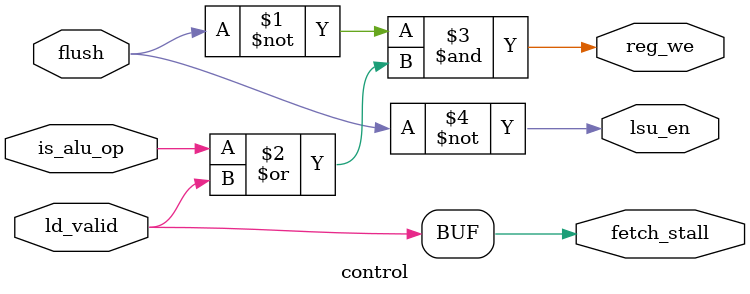
<source format=sv>

module control (
    input  logic        flush,
    input  logic        is_alu_op,
    input  logic        ld_valid,

    output logic        fetch_stall,
    output logic        reg_we,
    output logic        lsu_en
);

    assign reg_we = ~flush & (is_alu_op | ld_valid); 

    assign lsu_en = ~flush;

    assign fetch_stall = ld_valid;

endmodule : control

</source>
